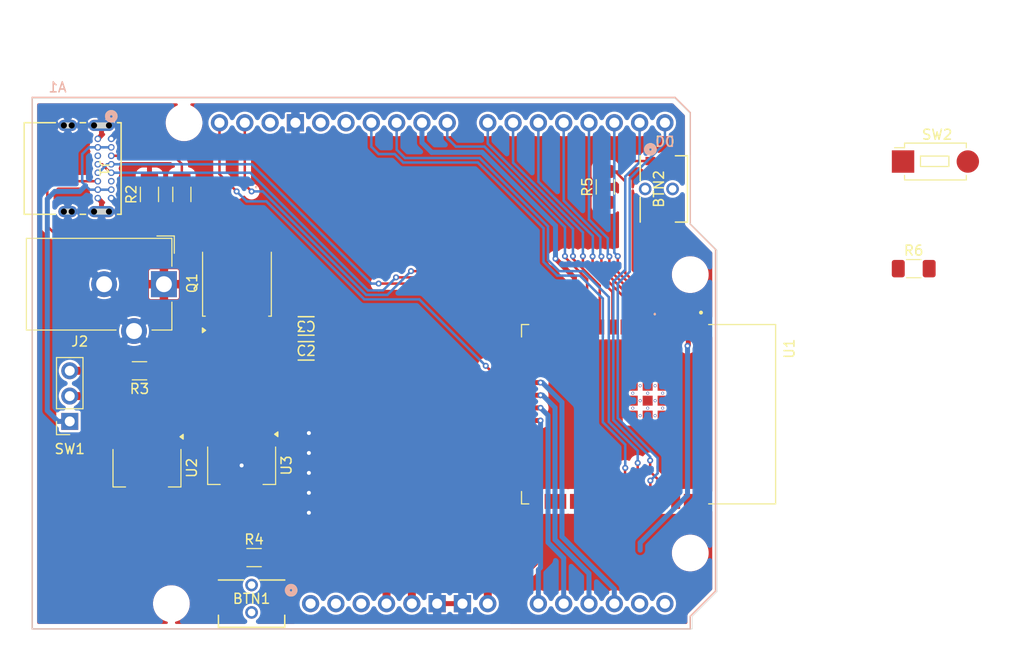
<source format=kicad_pcb>
(kicad_pcb (version 20240108) (generator "pcbnew") (generator_version "8.0")
  (layers (0 "F.Cu" signal) (31 "B.Cu" signal) (34 "B.Paste" user) (35 "F.Paste" user) (36 "B.SilkS" user "B.Silkscreen") (37 "F.SilkS" user "F.Silkscreen") (38 "B.Mask" user) (39 "F.Mask" user) (44 "Edge.Cuts" user))
  (net 0 "")
  (net 4 "+5V")
  (net 6 "+3V3")
  (net 8 "/GPIO7")
  (net 9 "/GPIO4")
  (net 10 "/USB_D+")
  (net 12 "/GPIO38")
  (net 13 "/GPIO3")
  (net 14 "/GPIO40")
  (net 15 "/GPIO39")
  (net 16 "/GPIO16")
  (net 17 "/GPIO21")
  (net 18 "/GPIO45")
  (net 19 "/A0")
  (net 20 "/GPIO17")
  (net 21 "/GPIO6")
  (net 23 "/GPIO14")
  (net 24 "/GPIO48")
  (net 25 "/A3")
  (net 26 "/GPIO42")
  (net 27 "/GPIO1")
  (net 28 "/GPIO0")
  (net 29 "/GPIO18")
  (net 30 "/GPIO15")
  (net 32 "/GPIO41")
  (net 33 "/GPIO5")
  (net 34 "/GPIO47")
  (net 35 "/A1")
  (net 36 "/GPIO2")
  (net 37 "/GPIO46")
  (net 38 "/~{RESET}")
  (net 39 "/A2")
  (net 40 "/USB_D-")
  (net 41 "GND")
  (net 42 "/VUSB")
  (net 44 "/CC1")
  (net 45 "/CC2")
  (net 47 "/G")
  (net 48 "VIN")
  (net 49 "VCC")
  (net 50 "/A4")
  (net 51 "/A5")
  (net 52 "/TX")
  (net 53 "/RX")
  (net 54 "/SDA")
  (net 55 "/SCL")
  (net 56 "VDC")
  (net 57 "/3V3")
  (footprint "Alexander Footprint Library:CAP_CL31_SAM" (layer "F.Cu") (at 137.472199 125)
    (property "Reference" "C2")
    (property "Value" "10uF")
  )
  (footprint "Package TO SOT SMD:TO-252-2" (layer "F.Cu") (at 130.53 118.21 90)
    (property "Reference" "Q1")
    (property "Value" "DMP6180SK3")
  )
  (footprint "Alexander Footprint Library:SW_PUSH_6x3.5mm" (layer "F.Cu") (at 197.38 106)
    (property "Reference" "SW2")
    (property "Value" "SW_Push_SMD_6x3.5")
  )
  (footprint "Resistor_SMD:R_1206_3216Metric_Pad1.30x1.75mm_HandSolder" (layer "F.Cu") (at 167.5 108.55 90)
    (property "Reference" "R5")
    (property "Value" "10k")
  )
  (footprint "Alexander Footprint Library:USB-C_GCT CONN16_USB4085-GF-A" (layer "F.Cu") (at 117.917566 103.724444 -90)
    (property "Reference" "J1")
    (property "Value" "USB-C_Receptacle_Data_16P_GCT-USB4085")
    (fp_line (start -1.349985 4.7587) (end -1.349985 3.9713) (stroke (width 0.6096)) (layer "Edge.Cuts"))
    (fp_line (start 7.299985 4.7587) (end 7.299985 3.9713) (stroke (width 0.6096)) (layer "Edge.Cuts"))
    (fp_line (start -1.35 1.729301) (end -1.35 0.230701) (stroke (width 0.6096)) (layer "Edge.Cuts"))
    (fp_line (start 7.299985 1.7293) (end 7.299985 0.2307) (stroke (width 0.6096)) (layer "Edge.Cuts"))
  )
  (footprint "Alexander Footprint Library:Arduino Uno" (layer "F.Cu") (at 109.982 152.908)
    (property "Reference" "A1")
    (property "Value" "Arduino_Uno_WiFi_R2_Shield")
    (fp_line (start 0 -53.25) (end 64.5 -53.25) (stroke (width 0.05)) (layer "Edge.Cuts"))
    (fp_line (start 0 0) (end 0 -53.25) (stroke (width 0.05)) (layer "Edge.Cuts"))
    (fp_line (start 64.5 -53.25) (end 66 -51.75) (stroke (width 0.05)) (layer "Edge.Cuts"))
    (fp_line (start 66 -51.75) (end 66 -40.75) (stroke (width 0.05)) (layer "Edge.Cuts"))
    (fp_line (start 66 -40.75) (end 68.75 -38) (stroke (width 0.05)) (layer "Edge.Cuts"))
    (fp_line (start 66.25 -1.25) (end 66.25 0) (stroke (width 0.05)) (layer "Edge.Cuts"))
    (fp_line (start 66.25 0) (end 0 0) (stroke (width 0.05)) (layer "Edge.Cuts"))
    (fp_line (start 68.75 -38) (end 68.75 -3.75) (stroke (width 0.05)) (layer "Edge.Cuts"))
    (fp_line (start 68.75 -3.75) (end 66.25 -1.25) (stroke (width 0.05)) (layer "Edge.Cuts"))
  )
  (footprint "Package TO SOT SMD:SOT-223" (layer "F.Cu") (at 131 136.5 -90)
    (property "Reference" "U3")
    (property "Value" "AMS1117-5V")
  )
  (footprint "Resistor_SMD:R_1206_3216Metric_Pad1.30x1.75mm_HandSolder" (layer "F.Cu") (at 198.45 116.75)
    (property "Reference" "R6")
    (property "Value" "2K2")
  )
  (footprint "Resistor_SMD:R_1206_3216Metric_Pad1.30x1.75mm_HandSolder" (layer "F.Cu") (at 125 109.3 -90)
    (property "Reference" "R1" (hide yes))
    (property "Value" "5K1")
  )
  (footprint "PinSocker 2.54mm:PinSocket_1x03_P2.54mm_Vertical" (layer "F.Cu") (at 113.75 132.08 180)
    (property "Reference" "SW1")
    (property "Value" "SW_SPDT")
  )
  (footprint "Package TO SOT SMD:SOT-223" (layer "F.Cu") (at 121.5 136.75 -90)
    (property "Reference" "U2")
    (property "Value" "LM1117MP-3.3")
  )
  (footprint "Resistor_SMD:R_1206_3216Metric_Pad1.30x1.75mm_HandSolder" (layer "F.Cu") (at 132.25 145.75)
    (property "Reference" "R4")
    (property "Value" "10k")
  )
  (footprint "Connector_BarrelJacks:BarrelJack_CUI_PJ-102AH_Horizontal" (layer "F.Cu") (at 123.2 118.31 -90)
    (property "Reference" "J2")
    (property "Value" "Barrel_Jack_Switch")
  )
  (footprint "Alexander Footprint Library:Button-Tacktile-TL1014BF160" (layer "F.Cu") (at 173.372899 108.75 90)
    (property "Reference" "BTN2")
    (property "Value" "SW_Push_SMD_6x3.5")
  )
  (footprint "Alexander Footprint Library:CAP_CL31_SAM" (layer "F.Cu") (at 137.472199 122.5 180)
    (property "Reference" "C3")
    (property "Value" "1uF")
  )
  (footprint "Resistor_SMD:R_1206_3216Metric_Pad1.30x1.75mm_HandSolder" (layer "F.Cu") (at 121.75 109.3 90)
    (property "Reference" "R2")
    (property "Value" "5K1")
  )
  (footprint "Alexander Footprint Library:Button-Tacktile-TL1014BF160" (layer "F.Cu") (at 132 150.372899)
    (property "Reference" "BTN1")
    (property "Value" "SW_Push_SMD_6x3.5")
  )
  (footprint "Resistor_SMD:R_1206_3216Metric_Pad1.30x1.75mm_HandSolder" (layer "F.Cu") (at 120.75 127 180)
    (property "Reference" "R3")
    (property "Value" "10k")
  )
  (footprint "Alexander Footprint Library:ESP32-S3-WROOM-2-N32R8V" (layer "F.Cu") (at 171.84 131.36 -90)
    (property "Reference" "U1")
    (property "Value" "ESP32-S3-WROOM-1")
  )
  (segment (start 131 131) (end 131.75 130.25) (width 0.8) (layer "F.Cu") (net 4))
  (segment (start 131.75 130.25) (end 143.75 130.25) (width 0.8) (layer "F.Cu") (net 4))
  (segment (start 131 133.35) (end 131 131) (width 0.8) (layer "F.Cu") (net 4))
  (segment (start 148.082 134.582) (end 148.082 150.368) (width 0.8) (layer "F.Cu") (net 4))
  (segment (start 143.75 130.25) (end 148.082 134.582) (width 0.8) (layer "F.Cu") (net 4))
  (segment (start 126.25 137.75) (end 126.25 142.25) (width 0.8) (layer "F.Cu") (net 6))
  (segment (start 130 143.5) (end 144.25 143.5) (width 0.8) (layer "F.Cu") (net 6))
  (segment (start 121.5 133.6) (end 121.5 135.5) (width 0.8) (layer "F.Cu") (net 6))
  (segment (start 130.7 145.75) (end 130.7 144.2) (width 0.25) (layer "F.Cu") (net 6))
  (segment (start 175.83 122.61) (end 175.83 124.42) (width 0.5) (layer "F.Cu") (net 6))
  (segment (start 127.5 143.5) (end 130 143.5) (width 0.8) (layer "F.Cu") (net 6))
  (segment (start 125 136.5) (end 126.25 137.75) (width 0.8) (layer "F.Cu") (net 6))
  (segment (start 126.25 142.25) (end 127.5 143.5) (width 0.8) (layer "F.Cu") (net 6))
  (segment (start 144.25 143.5) (end 145.542 144.792) (width 0.8) (layer "F.Cu") (net 6))
  (segment (start 175.83 124.42) (end 175.75 124.5) (width 0.5) (layer "F.Cu") (net 6))
  (segment (start 130.7 144.2) (end 130 143.5) (width 0.25) (layer "F.Cu") (net 6))
  (segment (start 121.5 135.5) (end 122.5 136.5) (width 0.8) (layer "F.Cu") (net 6))
  (segment (start 145.542 144.792) (end 145.542 150.368) (width 0.8) (layer "F.Cu") (net 6))
  (segment (start 122.5 136.5) (end 125 136.5) (width 0.8) (layer "F.Cu") (net 6))
  (via (at 175.75 124.5) (size 0.6) (drill 0.3) (layers "F.Cu" "B.Cu") (net 6))
  (segment (start 175.75 139.5) (end 171 144.25) (width 0.5) (layer "B.Cu") (net 6))
  (segment (start 175.75 124.5) (end 175.75 139.5) (width 0.5) (layer "B.Cu") (net 6))
  (segment (start 171 144.25) (end 171 145) (width 0.5) (layer "B.Cu") (net 6))
  (segment (start 166.224101 115.525899) (end 166.224101 116.462705) (width 0.25) (layer "F.Cu") (net 8))
  (segment (start 166.224101 116.462705) (end 169.48 119.718604) (width 0.25) (layer "F.Cu") (net 8))
  (segment (start 169.48 119.718604) (end 169.48 122.61) (width 0.25) (layer "F.Cu") (net 8))
  (via (at 166.224101 115.525899) (size 0.6) (drill 0.3) (layers "F.Cu" "B.Cu") (net 8))
  (segment (start 166.25 113.477208) (end 160.782 108.009208) (width 0.25) (layer "B.Cu") (net 8))
  (segment (start 166.224101 115.525899) (end 166.25 115.5) (width 0.25) (layer "B.Cu") (net 8))
  (segment (start 166.25 115.5) (end 166.25 113.477208) (width 0.25) (layer "B.Cu") (net 8))
  (segment (start 160.782 108.009208) (end 160.782 102.108) (width 0.25) (layer "B.Cu") (net 8))
  (segment (start 168.75 117.079416) (end 168.75 115.5) (width 0.25) (layer "F.Cu") (net 9))
  (segment (start 173.29 120.176396) (end 172.431802 119.318198) (width 0.25) (layer "F.Cu") (net 9))
  (segment (start 172.431802 119.318198) (end 170.988782 119.318198) (width 0.25) (layer "F.Cu") (net 9))
  (segment (start 170.988782 119.318198) (end 168.75 117.079416) (width 0.25) (layer "F.Cu") (net 9))
  (segment (start 173.29 122.61) (end 173.29 120.176396) (width 0.25) (layer "F.Cu") (net 9))
  (via (at 168.75 115.5) (size 0.6) (drill 0.3) (layers "F.Cu" "B.Cu") (net 9))
  (segment (start 168.402 102.108) (end 168.402 115.152) (width 0.25) (layer "B.Cu") (net 9))
  (segment (start 168.402 115.152) (end 168.75 115.5) (width 0.25) (layer "B.Cu") (net 9))
  (segment (start 144.75 118.25) (end 158 118.25) (width 0.25) (layer "F.Cu") (net 10))
  (segment (start 158 118.25) (end 160.59 120.84) (width 0.25) (layer "F.Cu") (net 10))
  (segment (start 160.59 120.84) (end 160.59 122.61) (width 0.25) (layer "F.Cu") (net 10))
  (via (at 144.75 118.25) (size 0.6) (drill 0.3) (layers "F.Cu" "B.Cu") (net 10))
  (segment (start 117.494159 106.274444) (end 116.644158 107.124445) (width 0.25) (layer "B.Cu") (net 10))
  (segment (start 144.75 118.25) (end 144 118.25) (width 0.25) (layer "B.Cu") (net 10))
  (segment (start 132.024444 106.274444) (end 117.917566 106.274444) (width 0.25) (layer "B.Cu") (net 10))
  (segment (start 116.644158 107.124445) (end 116.567566 107.124445) (width 0.25) (layer "B.Cu") (net 10))
  (segment (start 144 118.25) (end 132.024444 106.274444) (width 0.25) (layer "B.Cu") (net 10))
  (segment (start 117.917566 106.274444) (end 117.494159 106.274444) (width 0.25) (layer "B.Cu") (net 10))
  (segment (start 166.94 118.451396) (end 165.244302 116.755698) (width 0.25) (layer "F.Cu") (net 16))
  (segment (start 164.25 115.761396) (end 164.25 115.5) (width 0.25) (layer "F.Cu") (net 16))
  (segment (start 166.94 122.61) (end 166.94 118.451396) (width 0.25) (layer "F.Cu") (net 16))
  (segment (start 165.244302 116.755698) (end 164.25 115.761396) (width 0.25) (layer "F.Cu") (net 16))
  (via (at 164.25 115.5) (size 0.6) (drill 0.3) (layers "F.Cu" "B.Cu") (net 16))
  (segment (start 164.25 115.5) (end 164.25 112.75) (width 0.25) (layer "B.Cu") (net 16))
  (segment (start 164.25 112.75) (end 155.702 104.202) (width 0.25) (layer "B.Cu") (net 16))
  (segment (start 155.702 104.202) (end 155.702 102.108) (width 0.25) (layer "B.Cu") (net 16))
  (segment (start 160.995 131.995) (end 159.34 131.995) (width 0.5) (layer "F.Cu") (net 19))
  (via (at 160.995 131.995) (size 0.6) (drill 0.3) (layers "F.Cu" "B.Cu") (net 19))
  (segment (start 161 146.75) (end 160.782 146.968) (width 0.5) (layer "B.Cu") (net 19))
  (segment (start 161 132) (end 161 146.75) (width 0.5) (layer "B.Cu") (net 19))
  (segment (start 160.782 146.968) (end 160.782 150.368) (width 0.5) (layer "B.Cu") (net 19))
  (segment (start 160.995 131.995) (end 161 132) (width 0.5) (layer "B.Cu") (net 19))
  (segment (start 165.67 122.61) (end 165.67 117.817792) (width 0.25) (layer "F.Cu") (net 20))
  (segment (start 163.449997 115.597789) (end 163.449997 115.5) (width 0.25) (layer "F.Cu") (net 20))
  (segment (start 165.67 117.817792) (end 163.449997 115.597789) (width 0.25) (layer "F.Cu") (net 20))
  (via (at 163.449997 115.5) (size 0.6) (drill 0.3) (layers "F.Cu" "B.Cu") (net 20))
  (segment (start 163.449997 115.5) (end 163.449997 112.586393) (width 0.25) (layer "B.Cu") (net 20))
  (segment (start 155.363604 104.5) (end 152.5 104.5) (width 0.25) (layer "B.Cu") (net 20))
  (segment (start 163.449997 112.586393) (end 155.363604 104.5) (width 0.25) (layer "B.Cu") (net 20))
  (segment (start 152.5 104.5) (end 151.638 103.638) (width 0.25) (layer "B.Cu") (net 20))
  (segment (start 151.638 103.638) (end 151.638 102.108) (width 0.25) (layer "B.Cu") (net 20))
  (segment (start 167.106801 115.52604) (end 167.106801 116.709009) (width 0.25) (layer "F.Cu") (net 21))
  (segment (start 167.106801 116.709009) (end 170.75 120.352208) (width 0.25) (layer "F.Cu") (net 21))
  (segment (start 170.75 120.352208) (end 170.75 122.61) (width 0.25) (layer "F.Cu") (net 21))
  (via (at 167.106801 115.52604) (size 0.6) (drill 0.3) (layers "F.Cu" "B.Cu") (net 21))
  (segment (start 167 115.419239) (end 167 113.590812) (width 0.25) (layer "B.Cu") (net 21))
  (segment (start 163.322 109.912812) (end 163.322 102.108) (width 0.25) (layer "B.Cu") (net 21))
  (segment (start 167.106801 115.52604) (end 167 115.419239) (width 0.25) (layer "B.Cu") (net 21))
  (segment (start 167 113.590812) (end 163.322 109.912812) (width 0.25) (layer "B.Cu") (net 21))
  (segment (start 161 128.185) (end 159.34 128.185) (width 0.5) (layer "F.Cu") (net 25))
  (via (at 161 128.185) (size 0.6) (drill 0.3) (layers "F.Cu" "B.Cu") (net 25))
  (segment (start 163.15 143.65) (end 168.402 148.902) (width 0.5) (layer "B.Cu") (net 25))
  (segment (start 161 128.185) (end 161.17495 128.185) (width 0.5) (layer "B.Cu") (net 25))
  (segment (start 161.17495 128.185) (end 163.15 130.16005) (width 0.5) (layer "B.Cu") (net 25))
  (segment (start 168.402 148.902) (end 168.402 150.368) (width 0.5) (layer "B.Cu") (net 25))
  (segment (start 163.15 130.16005) (end 163.15 143.65) (width 0.5) (layer "B.Cu") (net 25))
  (segment (start 170.75 140.11) (end 170.75 136.25) (width 0.25) (layer "F.Cu") (net 26))
  (via (at 170.75 136.25) (size 0.6) (drill 0.3) (layers "F.Cu" "B.Cu") (net 26))
  (segment (start 170.75 135.022792) (end 167.85 132.122792) (width 0.25) (layer "B.Cu") (net 26))
  (segment (start 165.25 117) (end 162.866116 117) (width 0.25) (layer "B.Cu") (net 26))
  (segment (start 154.88726 105.65) (end 147.4 105.65) (width 0.25) (layer "B.Cu") (net 26))
  (segment (start 167.85 119.6) (end 165.25 117) (width 0.25) (layer "B.Cu") (net 26))
  (segment (start 170.75 136.25) (end 170.75 135.022792) (width 0.25) (layer "B.Cu") (net 26))
  (segment (start 161.75 115.883884) (end 161.75 112.51274) (width 0.25) (layer "B.Cu") (net 26))
  (segment (start 167.85 132.122792) (end 167.85 119.6) (width 0.25) (layer "B.Cu") (net 26))
  (segment (start 147.4 105.65) (end 146.558 104.808) (width 0.25) (layer "B.Cu") (net 26))
  (segment (start 162.866116 117) (end 161.75 115.883884) (width 0.25) (layer "B.Cu") (net 26))
  (segment (start 161.75 112.51274) (end 154.88726 105.65) (width 0.25) (layer "B.Cu") (net 26))
  (segment (start 146.558 104.808) (end 146.558 102.108) (width 0.25) (layer "B.Cu") (net 26))
  (segment (start 136.25 151.25) (end 136.75 151.75) (width 0.25) (layer "F.Cu") (net 28))
  (segment (start 136.75 151.75) (end 157.5 151.75) (width 0.25) (layer "F.Cu") (net 28))
  (segment (start 135.774998 149.024998) (end 136.25 149.5) (width 0.25) (layer "F.Cu") (net 28))
  (segment (start 134.799999 149.024998) (end 135.774998 149.024998) (width 0.25) (layer "F.Cu") (net 28))
  (segment (start 157.5 151.75) (end 158 151.25) (width 0.25) (layer "F.Cu") (net 28))
  (segment (start 136.25 149.5) (end 136.25 151.25) (width 0.25) (layer "F.Cu") (net 28))
  (segment (start 134.799999 149.024998) (end 134.799999 146.749999) (width 0.25) (layer "F.Cu") (net 28))
  (segment (start 158 149) (end 160.59 146.41) (width 0.25) (layer "F.Cu") (net 28))
  (segment (start 134.799999 146.749999) (end 133.8 145.75) (width 0.25) (layer "F.Cu") (net 28))
  (segment (start 160.59 146.41) (end 160.59 140.11) (width 0.25) (layer "F.Cu") (net 28))
  (segment (start 158 151.25) (end 158 149) (width 0.25) (layer "F.Cu") (net 28))
  (segment (start 164.4 122.61) (end 164.4 117.65) (width 0.5) (layer "F.Cu") (net 29))
  (segment (start 164.4 117.65) (end 162.5 115.75) (width 0.5) (layer "F.Cu") (net 29))
  (via (at 162.5 115.75) (size 0.6) (drill 0.3) (layers "F.Cu" "B.Cu") (net 29))
  (segment (start 162.5 112.449568) (end 162.5 115.75) (width 0.5) (layer "B.Cu") (net 29))
  (segment (start 155.125432 105.075) (end 162.5 112.449568) (width 0.5) (layer "B.Cu") (net 29))
  (segment (start 150.075 105.075) (end 155.125432 105.075) (width 0.5) (layer "B.Cu") (net 29))
  (segment (start 149.098 104.098) (end 150.075 105.075) (width 0.5) (layer "B.Cu") (net 29))
  (segment (start 149.098 102.108) (end 149.098 104.098) (width 0.5) (layer "B.Cu") (net 29))
  (segment (start 165.25 116.125) (end 165.25 115.5) (width 0.25) (layer "F.Cu") (net 30))
  (segment (start 168.21 119.085) (end 165.25 116.125) (width 0.25) (layer "F.Cu") (net 30))
  (segment (start 168.21 122.61) (end 168.21 119.085) (width 0.25) (layer "F.Cu") (net 30))
  (via (at 165.25 115.5) (size 0.6) (drill 0.3) (layers "F.Cu" "B.Cu") (net 30))
  (segment (start 165.25 115.5) (end 165.25 113.113604) (width 0.25) (layer "B.Cu") (net 30))
  (segment (start 165.25 113.113604) (end 158.242 106.105604) (width 0.25) (layer "B.Cu") (net 30))
  (segment (start 158.242 106.105604) (end 158.242 102.108) (width 0.25) (layer "B.Cu") (net 30))
  (segment (start 169.48 136.77) (end 169.5 136.75) (width 0.25) (layer "F.Cu") (net 32))
  (segment (start 169.48 140.11) (end 169.48 136.77) (width 0.25) (layer "F.Cu") (net 32))
  (via (at 169.5 136.75) (size 0.6) (drill 0.3) (layers "F.Cu" "B.Cu") (net 32))
  (segment (start 154.700864 106.1) (end 147.213604 106.1) (width 0.25) (layer "B.Cu") (net 32))
  (segment (start 169.5 136.75) (end 169.5 134.409188) (width 0.25) (layer "B.Cu") (net 32))
  (segment (start 147.213604 106.1) (end 146.363604 105.25) (width 0.25) (layer "B.Cu") (net 32))
  (segment (start 167.25 132.159188) (end 167.25 119.75) (width 0.25) (layer "B.Cu") (net 32))
  (segment (start 146.363604 105.25) (end 144.75 105.25) (width 0.25) (layer "B.Cu") (net 32))
  (segment (start 144.75 105.25) (end 144.018 104.518) (width 0.25) (layer "B.Cu") (net 32))
  (segment (start 169.5 134.409188) (end 167.25 132.159188) (width 0.25) (layer "B.Cu") (net 32))
  (segment (start 144.018 104.518) (end 144.018 102.108) (width 0.25) (layer "B.Cu") (net 32))
  (segment (start 161.3 112.699136) (end 154.700864 106.1) (width 0.25) (layer "B.Cu") (net 32))
  (segment (start 167.25 119.75) (end 164.95 117.45) (width 0.25) (layer "B.Cu") (net 32))
  (segment (start 162.67972 117.45) (end 161.3 116.07028) (width 0.25) (layer "B.Cu") (net 32))
  (segment (start 164.95 117.45) (end 162.67972 117.45) (width 0.25) (layer "B.Cu") (net 32))
  (segment (start 161.3 116.07028) (end 161.3 112.699136) (width 0.25) (layer "B.Cu") (net 32))
  (segment (start 170.802386 119.768198) (end 171.518198 119.768198) (width 0.25) (layer "F.Cu") (net 33))
  (segment (start 167.906771 116.872583) (end 170.802386 119.768198) (width 0.25) (layer "F.Cu") (net 33))
  (segment (start 172.02 120.27) (end 172.02 122.61) (width 0.25) (layer "F.Cu") (net 33))
  (segment (start 171.518198 119.768198) (end 172.02 120.27) (width 0.25) (layer "F.Cu") (net 33))
  (segment (start 167.906771 115.53328) (end 167.906771 116.872583) (width 0.25) (layer "F.Cu") (net 33))
  (via (at 167.906771 115.53328) (size 0.6) (drill 0.3) (layers "F.Cu" "B.Cu") (net 33))
  (segment (start 167.75 115.376509) (end 167.75 113.704416) (width 0.25) (layer "B.Cu") (net 33))
  (segment (start 165.862 111.816416) (end 165.862 102.108) (width 0.25) (layer "B.Cu") (net 33))
  (segment (start 167.906771 115.53328) (end 167.75 115.376509) (width 0.25) (layer "B.Cu") (net 33))
  (segment (start 167.75 113.704416) (end 165.862 111.816416) (width 0.25) (layer "B.Cu") (net 33))
  (segment (start 161 130.725) (end 159.34 130.725) (width 0.5) (layer "F.Cu") (net 35))
  (via (at 161 130.725) (size 0.6) (drill 0.3) (layers "F.Cu" "B.Cu") (net 35))
  (segment (start 163.322 145.8019) (end 163.322 150.368) (width 0.5) (layer "B.Cu") (net 35))
  (segment (start 161 130.725) (end 161.75 131.475) (width 0.5) (layer "B.Cu") (net 35))
  (segment (start 161.75 131.475) (end 161.75 144.2299) (width 0.5) (layer "B.Cu") (net 35))
  (segment (start 161.75 144.2299) (end 163.322 145.8019) (width 0.5) (layer "B.Cu") (net 35))
  (segment (start 167.5 107) (end 168.5 107) (width 0.25) (layer "F.Cu") (net 38))
  (segment (start 169 107) (end 170.049999 105.950001) (width 0.25) (layer "F.Cu") (net 38))
  (segment (start 174.56 122.61) (end 174.56 120.81) (width 0.25) (layer "F.Cu") (net 38))
  (segment (start 172.618198 118.868198) (end 171.175178 118.868198) (width 0.25) (layer "F.Cu") (net 38))
  (segment (start 168.5 107) (end 169 107) (width 0.25) (layer "F.Cu") (net 38))
  (segment (start 174.56 120.81) (end 172.618198 118.868198) (width 0.25) (layer "F.Cu") (net 38))
  (segment (start 169.5 117.19302) (end 169.5 108) (width 0.25) (layer "F.Cu") (net 38))
  (segment (start 169.5 108) (end 168.5 107) (width 0.25) (layer "F.Cu") (net 38))
  (segment (start 170.049999 105.950001) (end 172.024998 105.950001) (width 0.25) (layer "F.Cu") (net 38))
  (segment (start 171.175178 118.868198) (end 169.5 117.19302) (width 0.25) (layer "F.Cu") (net 38))
  (segment (start 161 129.455) (end 159.34 129.455) (width 0.5) (layer "F.Cu") (net 39))
  (via (at 161 129.455) (size 0.6) (drill 0.3) (layers "F.Cu" "B.Cu") (net 39))
  (segment (start 165.862 147.35195) (end 165.862 150.368) (width 0.5) (layer "B.Cu") (net 39))
  (segment (start 162.45 130.7) (end 162.45 143.93995) (width 0.5) (layer "B.Cu") (net 39))
  (segment (start 161.205 129.455) (end 162.45 130.7) (width 0.5) (layer "B.Cu") (net 39))
  (segment (start 161 129.455) (end 161.205 129.455) (width 0.5) (layer "B.Cu") (net 39))
  (segment (start 162.45 143.93995) (end 165.862 147.35195) (width 0.5) (layer "B.Cu") (net 39))
  (segment (start 117.840974 107.124445) (end 117.917566 107.124445) (width 0.25) (layer "F.Cu") (net 40))
  (segment (start 116.567566 106.274444) (end 116.990973 106.274444) (width 0.25) (layer "F.Cu") (net 40))
  (segment (start 158.258884 117.625) (end 161.86 121.226116) (width 0.25) (layer "F.Cu") (net 40))
  (segment (start 161.86 121.226116) (end 161.86 122.61) (width 0.25) (layer "F.Cu") (net 40))
  (segment (start 116.990973 106.274444) (end 117.840974 107.124445) (width 0.25) (layer "F.Cu") (net 40))
  (segment (start 146.5 117.625) (end 158.258884 117.625) (width 0.25) (layer "F.Cu") (net 40))
  (via (at 146.5 117.625) (size 0.6) (drill 0.3) (layers "F.Cu" "B.Cu") (net 40))
  (segment (start 145.191942 118.933058) (end 143.683058 118.933058) (width 0.25) (layer "B.Cu") (net 40))
  (segment (start 146.5 117.625) (end 145.191942 118.933058) (width 0.25) (layer "B.Cu") (net 40))
  (segment (start 131.874445 107.124445) (end 117.917566 107.124445) (width 0.25) (layer "B.Cu") (net 40))
  (segment (start 143.683058 118.933058) (end 131.874445 107.124445) (width 0.25) (layer "B.Cu") (net 40))
  (via (at 131 136.5) (size 0.8) (drill 0.4) (layers "F.Cu" "B.Cu") (net 41))
  (via (at 137.75 139.25) (size 0.8) (drill 0.4) (layers "F.Cu" "B.Cu") (net 41))
  (via (at 137.75 141.25) (size 0.8) (drill 0.4) (layers "F.Cu" "B.Cu") (net 41))
  (via (at 137.75 133.25) (size 0.8) (drill 0.4) (layers "F.Cu" "B.Cu") (net 41))
  (via (at 137.75 135.25) (size 0.8) (drill 0.4) (layers "F.Cu" "B.Cu") (net 41))
  (via (at 137.75 137.25) (size 0.8) (drill 0.4) (layers "F.Cu" "B.Cu") (net 41))
  (segment (start 111.5 131) (end 112.58 132.08) (width 0.5) (layer "B.Cu") (net 42))
  (segment (start 116.567566 108.824444) (end 115.75 108.824444) (width 0.25) (layer "B.Cu") (net 42))
  (segment (start 111.5 109.75) (end 111.5 131) (width 0.5) (layer "B.Cu") (net 42))
  (segment (start 112.58 132.08) (end 113.75 132.08) (width 0.5) (layer "B.Cu") (net 42))
  (segment (start 112.25 109) (end 111.5 109.75) (width 0.5) (layer "B.Cu") (net 42))
  (segment (start 114.75 109) (end 112.25 109) (width 0.5) (layer "B.Cu") (net 42))
  (segment (start 115 105.25) (end 115 108.074444) (width 0.25) (layer "B.Cu") (net 42))
  (segment (start 115.337778 108.412222) (end 114.75 109) (width 0.5) (layer "B.Cu") (net 42))
  (segment (start 115 108.074444) (end 115.337778 108.412222) (width 0.25) (layer "B.Cu") (net 42))
  (segment (start 117.917566 108.824444) (end 116.567566 108.824444) (width 0.25) (layer "B.Cu") (net 42))
  (segment (start 115.675555 104.574445) (end 115 105.25) (width 0.25) (layer "B.Cu") (net 42))
  (segment (start 116.567566 104.574445) (end 115.675555 104.574445) (width 0.25) (layer "B.Cu") (net 42))
  (segment (start 115.337778 108.412222) (end 115.75 108.824444) (width 0.25) (layer "B.Cu") (net 42))
  (segment (start 117.917566 104.574445) (end 116.567566 104.574445) (width 0.25) (layer "B.Cu") (net 42))
  (segment (start 124.174443 105.424443) (end 117.917566 105.424443) (width 0.25) (layer "F.Cu") (net 44))
  (segment (start 125 107.75) (end 125 106.25) (width 0.25) (layer "F.Cu") (net 44))
  (segment (start 125 106.25) (end 124.174443 105.424443) (width 0.25) (layer "F.Cu") (net 44))
  (segment (start 121.75 110.85) (end 121.75 112.25) (width 0.25) (layer "F.Cu") (net 45))
  (segment (start 120.75 113.25) (end 112.25 113.25) (width 0.25) (layer "F.Cu") (net 45))
  (segment (start 111.5 108.75) (end 112.275554 107.974446) (width 0.25) (layer "F.Cu") (net 45))
  (segment (start 121.75 112.25) (end 120.75 113.25) (width 0.25) (layer "F.Cu") (net 45))
  (segment (start 111.5 112.5) (end 111.5 108.75) (width 0.25) (layer "F.Cu") (net 45))
  (segment (start 112.25 113.25) (end 111.5 112.5) (width 0.25) (layer "F.Cu") (net 45))
  (segment (start 112.275554 107.974446) (end 116.567566 107.974446) (width 0.25) (layer "F.Cu") (net 45))
  (segment (start 126.375 123.25) (end 124.875 124.75) (width 0.25) (layer "F.Cu") (net 47))
  (segment (start 124.875 124.75) (end 123 124.75) (width 0.25) (layer "F.Cu") (net 47))
  (segment (start 123 124.75) (end 122.3 125.45) (width 0.25) (layer "F.Cu") (net 47))
  (segment (start 128.25 123.25) (end 126.375 123.25) (width 0.25) (layer "F.Cu") (net 47))
  (segment (start 122.3 125.45) (end 122.3 127) (width 0.25) (layer "F.Cu") (net 47))
  (segment (start 149.082001 134.167787) (end 143.914214 129) (width 0.8) (layer "F.Cu") (net 48))
  (segment (start 137.5 118.75) (end 135.7 116.95) (width 0.8) (layer "F.Cu") (net 48))
  (segment (start 155.702 150.368) (end 155.702 147.702) (width 0.8) (layer "F.Cu") (net 48))
  (segment (start 149.082001 141.082001) (end 149.082001 134.167787) (width 0.8) (layer "F.Cu") (net 48))
  (segment (start 155.702 147.702) (end 149.082001 141.082001) (width 0.8) (layer "F.Cu") (net 48))
  (segment (start 137.5 126.75) (end 137.5 118.75) (width 0.8) (layer "F.Cu") (net 48))
  (segment (start 139.75 129) (end 137.5 126.75) (width 0.8) (layer "F.Cu") (net 48))
  (segment (start 135.7 116.95) (end 130.53 116.95) (width 0.8) (layer "F.Cu") (net 48))
  (segment (start 143.914214 129) (end 139.75 129) (width 0.8) (layer "F.Cu") (net 48))
  (segment (start 115.14 129.54) (end 113.75 129.54) (width 0.8) (layer "F.Cu") (net 49))
  (segment (start 119.2 133.6) (end 115.14 129.54) (width 0.8) (layer "F.Cu") (net 49))
  (segment (start 173.29 138.406116) (end 173.29 140.11) (width 0.25) (layer "F.Cu") (net 52))
  (segment (start 172 137.116116) (end 173.29 138.406116) (width 0.25) (layer "F.Cu") (net 52))
  (segment (start 172 136) (end 172 137.116116) (width 0.25) (layer "F.Cu") (net 52))
  (via (at 172 136) (size 0.6) (drill 0.3) (layers "F.Cu" "B.Cu") (net 52))
  (segment (start 168.3 131.936396) (end 168.3 118.063604) (width 0.25) (layer "B.Cu") (net 52))
  (segment (start 169.5 107.5) (end 170.942 106.058) (width 0.25) (layer "B.Cu") (net 52))
  (segment (start 169.5 116.863604) (end 169.5 107.5) (width 0.25) (layer "B.Cu") (net 52))
  (segment (start 172 136) (end 172 135.636396) (width 0.25) (layer "B.Cu") (net 52))
  (segment (start 172 135.636396) (end 168.3 131.936396) (width 0.25) (layer "B.Cu") (net 52))
  (segment (start 168.3 118.063604) (end 169.5 116.863604) (width 0.25) (layer "B.Cu") (net 52))
  (segment (start 170.942 106.058) (end 170.942 102.108) (width 0.25) (layer "B.Cu") (net 52))
  (segment (start 172.02 138.02) (end 172.02 140.11) (width 0.25) (layer "F.Cu") (net 53))
  (via (at 172.02 138.02) (size 0.6) (drill 0.3) (layers "F.Cu" "B.Cu") (net 53))
  (segment (start 169.95 117.05) (end 169.95 107.686396) (width 0.25) (layer "B.Cu") (net 53))
  (segment (start 172.02 138.02) (end 172.75 137.29) (width 0.25) (layer "B.Cu") (net 53))
  (segment (start 168.75 131.75) (end 168.75 118.25) (width 0.25) (layer "B.Cu") (net 53))
  (segment (start 168.75 118.25) (end 169.95 117.05) (width 0.25) (layer "B.Cu") (net 53))
  (segment (start 172.75 137.29) (end 172.75 135.75) (width 0.25) (layer "B.Cu") (net 53))
  (segment (start 172.75 135.75) (end 168.75 131.75) (width 0.25) (layer "B.Cu") (net 53))
  (segment (start 169.95 107.686396) (end 173.482 104.154396) (width 0.25) (layer "B.Cu") (net 53))
  (segment (start 173.482 104.154396) (end 173.482 102.108) (width 0.25) (layer "B.Cu") (net 53))
  (segment (start 132 109) (end 131.318 108.318) (width 0.25) (layer "F.Cu") (net 54))
  (segment (start 163.13 121.85972) (end 163.13 122.61) (width 0.25) (layer "F.Cu") (net 54))
  (segment (start 158.27028 117) (end 163.13 121.85972) (width 0.25) (layer "F.Cu") (net 54))
  (segment (start 131.318 108.318) (end 131.318 102.108) (width 0.25) (layer "F.Cu") (net 54))
  (segment (start 148 117) (end 158.27028 117) (width 0.25) (layer "F.Cu") (net 54))
  (via (at 148 117) (size 0.6) (drill 0.3) (layers "F.Cu" "B.Cu") (net 54))
  (via (at 132 109) (size 0.6) (drill 0.3) (layers "F.Cu" "B.Cu") (net 54))
  (segment (start 143.496662 119.383058) (end 133.113604 109) (width 0.25) (layer "B.Cu") (net 54))
  (segment (start 147.125 117.875) (end 147.125 117.883884) (width 0.25) (layer "B.Cu") (net 54))
  (segment (start 147.125 117.883884) (end 145.625826 119.383058) (width 0.25) (layer "B.Cu") (net 54))
  (segment (start 145.625826 119.383058) (end 143.496662 119.383058) (width 0.25) (layer "B.Cu") (net 54))
  (segment (start 133.113604 109) (end 132 109) (width 0.25) (layer "B.Cu") (net 54))
  (segment (start 148 117) (end 147.125 117.875) (width 0.25) (layer "B.Cu") (net 54))
  (segment (start 128.778 107.278) (end 128.778 102.108) (width 0.25) (layer "F.Cu") (net 55))
  (segment (start 155.5 126.5) (end 155.915 126.915) (width 0.25) (layer "F.Cu") (net 55))
  (segment (start 155.915 126.915) (end 159.34 126.915) (width 0.25) (layer "F.Cu") (net 55))
  (segment (start 130.5 109) (end 128.778 107.278) (width 0.25) (layer "F.Cu") (net 55))
  (via (at 130.5 109) (size 0.6) (drill 0.3) (layers "F.Cu" "B.Cu") (net 55))
  (via (at 155.5 126.5) (size 0.6) (drill 0.3) (layers "F.Cu" "B.Cu") (net 55))
  (segment (start 143.310266 119.833058) (end 148.833058 119.833058) (width 0.25) (layer "B.Cu") (net 55))
  (segment (start 148.833058 119.833058) (end 155.5 126.5) (width 0.25) (layer "B.Cu") (net 55))
  (segment (start 131.5 110) (end 133.477208 110) (width 0.25) (layer "B.Cu") (net 55))
  (segment (start 130.5 109) (end 131.5 110) (width 0.25) (layer "B.Cu") (net 55))
  (segment (start 133.477208 110) (end 143.310266 119.833058) (width 0.25) (layer "B.Cu") (net 55))
  (segment (start 135.944398 125) (end 132.81 125) (width 0.5) (layer "F.Cu") (net 56))
  (segment (start 113.75 127) (end 115.25 127) (width 0.8) (layer "F.Cu") (net 56))
  (segment (start 118.47 130.22) (end 128.7 130.22) (width 0.8) (layer "F.Cu") (net 56))
  (segment (start 132.81 125) (end 132.81 123.25) (width 0.8) (layer "F.Cu") (net 56))
  (segment (start 132.81 126.11) (end 132.81 125) (width 0.8) (layer "F.Cu") (net 56))
  (segment (start 128.7 133.35) (end 128.7 130.22) (width 0.8) (layer "F.Cu") (net 56))
  (segment (start 128.7 130.22) (end 132.81 126.11) (width 0.8) (layer "F.Cu") (net 56))
  (segment (start 135.944398 125) (end 135.944398 122.5) (width 0.5) (layer "F.Cu") (net 56))
  (segment (start 115.25 127) (end 118.47 130.22) (width 0.8) (layer "F.Cu") (net 56))
  (zone (net 48) (net_name "VIN") (layer "F.Cu") (priority 1) (connect_pads (clearance 0.25)) (min_thickness 0.5) (fill yes (thermal_gap 0.2) (thermal_bridge_width 0.85) (island_removal_mode 1) (island_area_min 10))
    (polygon (pts (xy 120.75 113) (xy 134.5 113) (xy 134.5 121) (xy 120.75 121)))
  )
  (zone (net 41) (net_name "GND") (layer "F.Cu") (connect_pads (clearance 0.5)) (min_thickness 0.25) (fill yes (thermal_gap 0.5) (thermal_bridge_width 0.5) (island_removal_mode 2) (island_area_min 5))
    (polygon (pts (xy 107.442 98.044) (xy 176.784 98.044) (xy 176.784 111.76) (xy 179.832 114.808) (xy 179.832 154.432) (xy 107.442 154.432)))
  )
  (zone (net 41) (net_name "GND") (layer "B.Cu") (priority 2) (connect_pads (clearance 0.25)) (min_thickness 0.5) (fill yes (thermal_gap 0.2) (thermal_bridge_width 0.85) (island_removal_mode 1) (island_area_min 10))
    (polygon (pts (xy 107 154.75) (xy 180.25 154.75) (xy 180.5 97.25) (xy 106.75 97.5)))
  )
)
</source>
